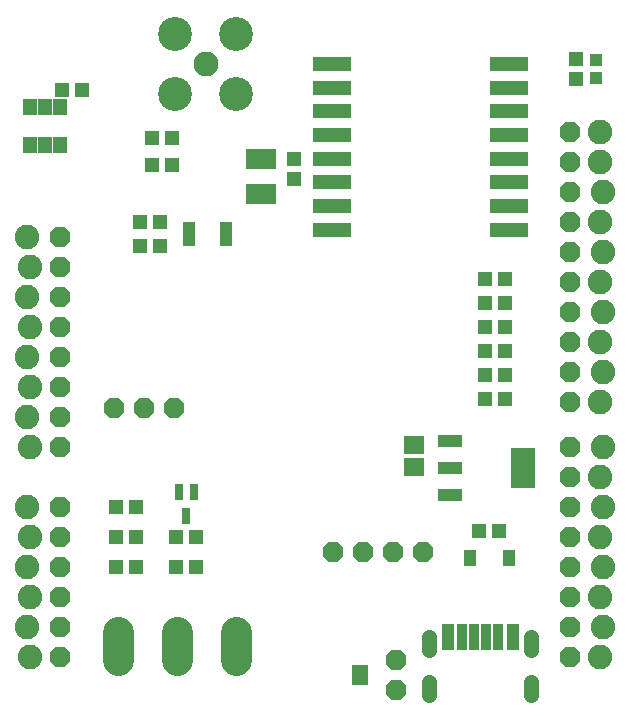
<source format=gbr>
G04 EAGLE Gerber RS-274X export*
G75*
%MOMM*%
%FSLAX34Y34*%
%LPD*%
%INSoldermask Top*%
%IPPOS*%
%AMOC8*
5,1,8,0,0,1.08239X$1,22.5*%
G01*
%ADD10R,1.303200X1.203200*%
%ADD11R,1.703200X1.503200*%
%ADD12R,1.113200X1.423200*%
%ADD13R,1.003200X1.003200*%
%ADD14R,2.053200X1.103200*%
%ADD15R,2.053200X3.403200*%
%ADD16R,1.003200X2.203200*%
%ADD17R,0.963200X2.203200*%
%ADD18R,0.903200X2.203200*%
%ADD19C,1.311200*%
%ADD20R,3.203200X1.203200*%
%ADD21R,1.203200X1.303200*%
%ADD22R,2.603200X1.803200*%
%ADD23P,1.869504X8X22.500000*%
%ADD24C,2.082800*%
%ADD25P,1.869504X8X202.500000*%
%ADD26C,2.108200*%
%ADD27C,2.870200*%
%ADD28R,1.203200X1.473200*%
%ADD29R,1.053200X0.503200*%
%ADD30P,1.869504X8X112.500000*%
%ADD31C,2.583200*%
%ADD32R,0.753200X1.353200*%
%ADD33R,1.473200X0.838200*%


D10*
X443620Y195580D03*
X460620Y195580D03*
D11*
X388620Y268580D03*
X388620Y249580D03*
D12*
X468470Y172720D03*
X435770Y172720D03*
D13*
X542290Y579240D03*
X542290Y594240D03*
D10*
X525780Y578240D03*
X525780Y595240D03*
D14*
X418580Y271920D03*
X418580Y248920D03*
X418580Y225920D03*
D15*
X480580Y248920D03*
D16*
X417000Y105600D03*
X472000Y105600D03*
D17*
X429300Y105600D03*
X459700Y105600D03*
D18*
X439500Y105600D03*
X449500Y105600D03*
D19*
X487700Y105640D02*
X487700Y94560D01*
X401300Y94560D02*
X401300Y105640D01*
X487700Y67640D02*
X487700Y56560D01*
X401300Y56560D02*
X401300Y67640D01*
D20*
X468700Y550700D03*
X318700Y510700D03*
X318700Y590700D03*
X318700Y490700D03*
X318700Y470700D03*
X318700Y450700D03*
X318700Y550700D03*
X318700Y530700D03*
X468700Y570700D03*
X468700Y450700D03*
X468700Y590700D03*
X318700Y570700D03*
X468700Y470700D03*
X468700Y490700D03*
X468700Y530700D03*
X468700Y510700D03*
D21*
X287020Y510658D03*
X287020Y493658D03*
D22*
X258826Y510554D03*
X258826Y480554D03*
D23*
X520700Y266700D03*
X520700Y241300D03*
X520700Y215900D03*
X520700Y190500D03*
X520700Y165100D03*
X520700Y139700D03*
X520700Y114300D03*
X520700Y88900D03*
X520700Y533400D03*
X520700Y508000D03*
X520700Y482600D03*
X520700Y457200D03*
X520700Y431800D03*
X520700Y406400D03*
X520700Y381000D03*
X520700Y355600D03*
X520700Y330200D03*
X520700Y304800D03*
D24*
X60960Y393700D03*
X63500Y368300D03*
X60960Y342900D03*
X63500Y317500D03*
X60960Y292100D03*
X63500Y266700D03*
X60960Y215900D03*
X63500Y190500D03*
X60960Y165100D03*
X63500Y139700D03*
X60960Y114300D03*
X63500Y88900D03*
X546100Y88900D03*
X548640Y114300D03*
X546100Y139700D03*
X548640Y165100D03*
X546100Y190500D03*
X548640Y215900D03*
X546100Y241300D03*
X548640Y266700D03*
X546100Y304800D03*
X548640Y330200D03*
X546100Y355600D03*
X548640Y381000D03*
X546100Y406400D03*
X548640Y431800D03*
X546100Y457200D03*
X548640Y482600D03*
X546100Y508000D03*
X546100Y533400D03*
X63500Y419100D03*
X60960Y444500D03*
D25*
X88900Y266700D03*
X88900Y292100D03*
X88900Y317500D03*
X88900Y342900D03*
X88900Y368300D03*
X88900Y393700D03*
X88900Y419100D03*
X88900Y444500D03*
X88900Y88900D03*
X88900Y114300D03*
X88900Y139700D03*
X88900Y165100D03*
X88900Y190500D03*
X88900Y215900D03*
D26*
X211836Y590677D03*
D27*
X186337Y565178D03*
X186337Y616176D03*
X237335Y616176D03*
X237335Y565178D03*
D28*
X63500Y522480D03*
X76200Y522480D03*
X88900Y522480D03*
X88900Y554480D03*
X76200Y554480D03*
X63500Y554480D03*
D10*
X107560Y568960D03*
X90560Y568960D03*
D21*
X166760Y505460D03*
X183760Y505460D03*
X166760Y528320D03*
X183760Y528320D03*
D29*
X229110Y439540D03*
X229110Y444540D03*
X229110Y449540D03*
X229110Y454540D03*
X197610Y454540D03*
X197610Y449540D03*
X197610Y444540D03*
X197610Y439540D03*
D10*
X173600Y457200D03*
X156600Y457200D03*
X173600Y436880D03*
X156600Y436880D03*
D30*
X134620Y299720D03*
X160020Y299720D03*
X185420Y299720D03*
X320040Y177800D03*
X345440Y177800D03*
X370840Y177800D03*
X396240Y177800D03*
D31*
X187960Y110380D02*
X187960Y86580D01*
X237960Y86580D02*
X237960Y110380D01*
X137960Y110380D02*
X137960Y86580D01*
D21*
X153280Y190500D03*
X136280Y190500D03*
X204080Y165100D03*
X187080Y165100D03*
X187080Y190500D03*
X204080Y190500D03*
D10*
X136280Y215900D03*
X153280Y215900D03*
D32*
X202080Y228440D03*
X189080Y228440D03*
X195580Y208440D03*
D21*
X448700Y388620D03*
X465700Y388620D03*
X465700Y408940D03*
X448700Y408940D03*
X448700Y327660D03*
X465700Y327660D03*
X465700Y307340D03*
X448700Y307340D03*
X448700Y347980D03*
X465700Y347980D03*
X465700Y368300D03*
X448700Y368300D03*
D10*
X153280Y165100D03*
X136280Y165100D03*
D23*
X373380Y86360D03*
X373380Y60960D03*
D33*
X342900Y69596D03*
X342900Y77724D03*
M02*

</source>
